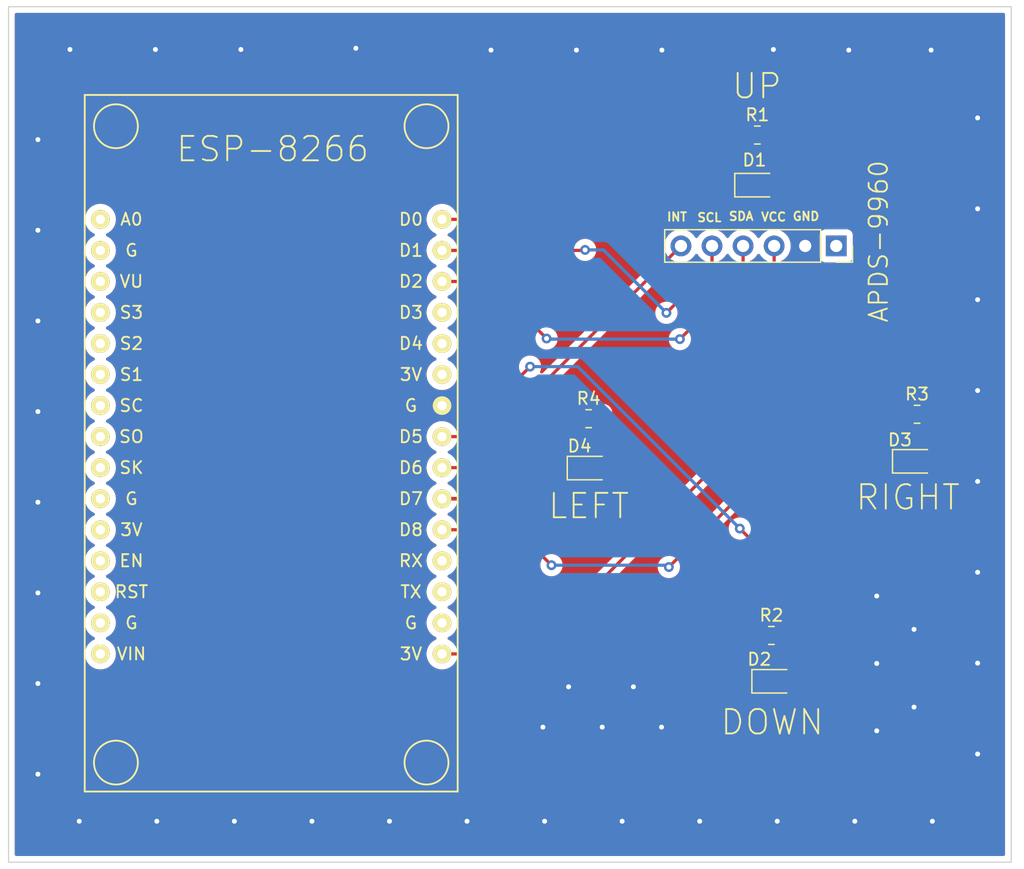
<source format=kicad_pcb>
(kicad_pcb (version 20211014) (generator pcbnew)
  (layers (0 "F.Cu" signal) (31 "B.Cu" power) (34 "B.Paste" user) (35 "F.Paste" user) (36 "B.SilkS" user "B.Silkscreen") (37 "F.SilkS" user "F.Silkscreen") (38 "B.Mask" user) (39 "F.Mask" user) (44 "Edge.Cuts" user))
  (net 0 "")
  (net 1 "/UP")
  (net 2 "/LEFT")
  (net 4 "/DOWN")
  (net 13 "/RIGHT")
  (net 17 "Net-(D1-Pad1)")
  (net 20 "/VCC")
  (net 21 "/SDA")
  (net 23 "/SCL")
  (net 24 "/INT")
  (net 28 "Net-(D2-Pad1)")
  (net 29 "Net-(D3-Pad1)")
  (net 30 "/GND")
  (net 31 "Net-(D4-Pad1)")
  (footprint "Connector_PinSocket_2.54mm:PinSocket_1x06_P2.54mm_Vertical" (layer "F.Cu") (at 137.69 54.575 -90)
    (fp_text reference "J1" hide)
    (fp_text value "Conn_01x06_Female" hide)
    (fp_line (start 1.33 1.27) (end 1.33 14.03) (layer "F.SilkS") (width 0.12))
    (fp_line (start -1.33 14.03) (end 1.33 14.03) (layer "F.SilkS") (width 0.12))
    (fp_line (start -1.33 1.27) (end -1.33 14.03) (layer "F.SilkS") (width 0.12))
    (fp_line (start 1.33 -1.33) (end 1.33 0) (layer "F.SilkS") (width 0.12))
    (fp_line (start -1.33 1.27) (end 1.33 1.27) (layer "F.SilkS") (width 0.12))
    (fp_line (start 0 -1.33) (end 1.33 -1.33) (layer "F.SilkS") (width 0.12))
    (pad "1" thru_hole rect (at 0 0 270) (size 1.7 1.7) (drill 1) (layers *.Cu *.Mask))
    (pad "2" thru_hole oval (at 0 2.54 270) (size 1.7 1.7) (drill 1) (layers *.Cu *.Mask) (net 30 "/GND"))
    (pad "3" thru_hole oval (at 0 5.08 270) (size 1.7 1.7) (drill 1) (layers *.Cu *.Mask) (net 20 "/VCC"))
    (pad "4" thru_hole oval (at 0 7.62 270) (size 1.7 1.7) (drill 1) (layers *.Cu *.Mask) (net 21 "/SDA"))
    (pad "5" thru_hole oval (at 0 10.16 270) (size 1.7 1.7) (drill 1) (layers *.Cu *.Mask) (net 23 "/SCL"))
    (pad "6" thru_hole oval (at 0 12.7 270) (size 1.7 1.7) (drill 1) (layers *.Cu *.Mask) (net 24 "/INT"))
  )
  (footprint "LED_SMD:LED_0805_2012Metric_Pad1.15x1.40mm_HandSolder" (layer "F.Cu") (at 132.65 90.2)
    (fp_text reference "D2" (at -1.25 -1.8) (layer "F.SilkS"))
    (fp_text value "LED" hide)
    (fp_line (start -1.86 0.96) (end 1 0.96) (layer "F.SilkS") (width 0.12))
    (fp_line (start -1.86 -0.96) (end -1.86 0.96) (layer "F.SilkS") (width 0.12))
    (fp_line (start 1 -0.96) (end -1.86 -0.96) (layer "F.SilkS") (width 0.12))
    (pad "1" smd roundrect (at -1.025 0) (size 1.15 1.4) (layers "F.Cu" "F.Paste" "F.Mask") (roundrect_rratio 0.2173913043) (net 28 "Net-(D2-Pad1)"))
    (pad "2" smd roundrect (at 1.025 0) (size 1.15 1.4) (layers "F.Cu" "F.Paste" "F.Mask") (roundrect_rratio 0.2173913043) (net 30 "/GND"))
  )
  (footprint "LED_SMD:LED_0805_2012Metric_Pad1.15x1.40mm_HandSolder" (layer "F.Cu") (at 131.25 49.6)
    (fp_text reference "D1" (at -0.25 -2.05) (layer "F.SilkS"))
    (fp_text value "LED" hide)
    (fp_line (start -1.86 0.96) (end 1 0.96) (layer "F.SilkS") (width 0.12))
    (fp_line (start 1 -0.96) (end -1.86 -0.96) (layer "F.SilkS") (width 0.12))
    (fp_line (start -1.86 -0.96) (end -1.86 0.96) (layer "F.SilkS") (width 0.12))
    (pad "1" smd roundrect (at -1.025 0) (size 1.15 1.4) (layers "F.Cu" "F.Paste" "F.Mask") (roundrect_rratio 0.2173913043) (net 17 "Net-(D1-Pad1)"))
    (pad "2" smd roundrect (at 1.025 0) (size 1.15 1.4) (layers "F.Cu" "F.Paste" "F.Mask") (roundrect_rratio 0.2173913043) (net 30 "/GND"))
  )
  (footprint "Resistor_SMD:R_0805_2012Metric" (layer "F.Cu") (at 144.3 68.35)
    (fp_text reference "R3" (at 0 -1.65) (layer "F.SilkS"))
    (fp_text value "1k/0805" hide)
    (fp_line (start -0.227064 -0.735) (end 0.227064 -0.735) (layer "F.SilkS") (width 0.12))
    (fp_line (start -0.227064 0.735) (end 0.227064 0.735) (layer "F.SilkS") (width 0.12))
    (pad "1" smd roundrect (at -0.9125 0) (size 1.025 1.4) (layers "F.Cu" "F.Paste" "F.Mask") (roundrect_rratio 0.243902439) (net 13 "/RIGHT"))
    (pad "2" smd roundrect (at 0.9125 0) (size 1.025 1.4) (layers "F.Cu" "F.Paste" "F.Mask") (roundrect_rratio 0.243902439) (net 29 "Net-(D3-Pad1)"))
  )
  (footprint "Resistor_SMD:R_0805_2012Metric" (layer "F.Cu") (at 117.43875 68.71125)
    (fp_text reference "R4" (at 0 -1.65) (layer "F.SilkS"))
    (fp_text value "1k/0805" hide)
    (fp_line (start -0.227064 0.735) (end 0.227064 0.735) (layer "F.SilkS") (width 0.12))
    (fp_line (start -0.227064 -0.735) (end 0.227064 -0.735) (layer "F.SilkS") (width 0.12))
    (pad "1" smd roundrect (at -0.9125 0) (size 1.025 1.4) (layers "F.Cu" "F.Paste" "F.Mask") (roundrect_rratio 0.243902439) (net 2 "/LEFT"))
    (pad "2" smd roundrect (at 0.9125 0) (size 1.025 1.4) (layers "F.Cu" "F.Paste" "F.Mask") (roundrect_rratio 0.243902439) (net 31 "Net-(D4-Pad1)"))
  )
  (footprint "Resistor_SMD:R_0805_2012Metric" (layer "F.Cu") (at 131.2375 45.5)
    (fp_text reference "R1" (at 0 -1.65) (layer "F.SilkS"))
    (fp_text value "1k/0805" hide)
    (fp_line (start -0.227064 0.735) (end 0.227064 0.735) (layer "F.SilkS") (width 0.12))
    (fp_line (start -0.227064 -0.735) (end 0.227064 -0.735) (layer "F.SilkS") (width 0.12))
    (pad "1" smd roundrect (at -0.9125 0) (size 1.025 1.4) (layers "F.Cu" "F.Paste" "F.Mask") (roundrect_rratio 0.243902439) (net 1 "/UP"))
    (pad "2" smd roundrect (at 0.9125 0) (size 1.025 1.4) (layers "F.Cu" "F.Paste" "F.Mask") (roundrect_rratio 0.243902439) (net 17 "Net-(D1-Pad1)"))
  )
  (footprint "Resistor_SMD:R_0805_2012Metric" (layer "F.Cu") (at 132.3875 86.45)
    (fp_text reference "R2" (at 0 -1.65) (layer "F.SilkS"))
    (fp_text value "1k/0805" hide)
    (fp_line (start -0.227064 -0.735) (end 0.227064 -0.735) (layer "F.SilkS") (width 0.12))
    (fp_line (start -0.227064 0.735) (end 0.227064 0.735) (layer "F.SilkS") (width 0.12))
    (pad "1" smd roundrect (at -0.9125 0) (size 1.025 1.4) (layers "F.Cu" "F.Paste" "F.Mask") (roundrect_rratio 0.243902439) (net 4 "/DOWN"))
    (pad "2" smd roundrect (at 0.9125 0) (size 1.025 1.4) (layers "F.Cu" "F.Paste" "F.Mask") (roundrect_rratio 0.243902439) (net 28 "Net-(D2-Pad1)"))
  )
  (footprint "LED_SMD:LED_0805_2012Metric_Pad1.15x1.40mm_HandSolder" (layer "F.Cu") (at 144.15 72.2)
    (fp_text reference "D3" (at -1.25 -1.75) (layer "F.SilkS"))
    (fp_text value "LED" hide)
    (fp_line (start -1.86 -0.96) (end -1.86 0.96) (layer "F.SilkS") (width 0.12))
    (fp_line (start 1 -0.96) (end -1.86 -0.96) (layer "F.SilkS") (width 0.12))
    (fp_line (start -1.86 0.96) (end 1 0.96) (layer "F.SilkS") (width 0.12))
    (pad "1" smd roundrect (at -1.025 0) (size 1.15 1.4) (layers "F.Cu" "F.Paste" "F.Mask") (roundrect_rratio 0.2173913043) (net 29 "Net-(D3-Pad1)"))
    (pad "2" smd roundrect (at 1.025 0) (size 1.15 1.4) (layers "F.Cu" "F.Paste" "F.Mask") (roundrect_rratio 0.2173913043) (net 30 "/GND"))
  )
  (footprint "LED_SMD:LED_0805_2012Metric_Pad1.15x1.40mm_HandSolder" (layer "F.Cu") (at 117.55 72.75)
    (fp_text reference "D4" (at -0.85 -1.8) (layer "F.SilkS"))
    (fp_text value "LED" hide)
    (fp_line (start -1.86 0.96) (end 1 0.96) (layer "F.SilkS") (width 0.12))
    (fp_line (start 1 -0.96) (end -1.86 -0.96) (layer "F.SilkS") (width 0.12))
    (fp_line (start -1.86 -0.96) (end -1.86 0.96) (layer "F.SilkS") (width 0.12))
    (pad "1" smd roundrect (at -1.025 0) (size 1.15 1.4) (layers "F.Cu" "F.Paste" "F.Mask") (roundrect_rratio 0.2173913043) (net 31 "Net-(D4-Pad1)"))
    (pad "2" smd roundrect (at 1.025 0) (size 1.15 1.4) (layers "F.Cu" "F.Paste" "F.Mask") (roundrect_rratio 0.2173913043) (net 30 "/GND"))
  )
  (footprint "ESP8266:NodeMCU-LoLinV3" (layer "F.Cu") (at 91.48 72.72)
    (fp_text reference "U1" hide)
    (fp_text value "NodeMCU1.0(ESP-12E)" hide)
    (fp_text user "RX" (at 11.43 7.62) (layer "F.SilkS"))
    (fp_text user "D6" (at 11.43 0) (layer "F.SilkS"))
    (fp_text user "D8" (at 11.43 5.08) (layer "F.SilkS"))
    (fp_text user "D4" (at 11.43 -10.16) (layer "F.SilkS"))
    (fp_text user "RST" (at -11.43 10.16) (layer "F.SilkS"))
    (fp_text user "3V" (at 11.43 15.24) (layer "F.SilkS"))
    (fp_text user "D7" (at 11.43 2.54) (layer "F.SilkS"))
    (fp_text user "TX" (at 11.43 10.16) (layer "F.SilkS"))
    (fp_text user "D0" (at 11.43 -20.32) (layer "F.SilkS"))
    (fp_text user "G" (at 11.43 12.7) (layer "F.SilkS"))
    (fp_text user "G" (at -11.43 2.54) (layer "F.SilkS"))
    (fp_text user "G" (at 11.43 -5.08) (layer "F.SilkS"))
    (fp_text user "S1" (at -11.43 -7.62) (layer "F.SilkS"))
    (fp_text user "EN" (at -11.43 7.62) (layer "F.SilkS"))
    (fp_text user "G" (at -11.43 -17.78) (layer "F.SilkS"))
    (fp_text user "S3" (at -11.43 -12.7) (layer "F.SilkS"))
    (fp_text user "VU" (at -11.43 -15.24) (layer "F.SilkS"))
    (fp_text user "SO" (at -11.43 -2.54) (layer "F.SilkS"))
    (fp_text user "SC" (at -11.43 -5.08) (layer "F.SilkS"))
    (fp_text user "SK" (at -11.43 0) (layer "F.SilkS"))
    (fp_text user "D1" (at 11.43 -17.78) (layer "F.SilkS"))
    (fp_text user "G" (at -11.43 12.7) (layer "F.SilkS"))
    (fp_text user "S2" (at -11.43 -10.16) (layer "F.SilkS"))
    (fp_text user "D5" (at 11.43 -2.54) (layer "F.SilkS"))
    (fp_text user "D2" (at 11.43 -15.24) (layer "F.SilkS"))
    (fp_text user "3V" (at -11.43 5.08) (layer "F.SilkS"))
    (fp_text user "A0" (at -11.43 -20.32) (layer "F.SilkS"))
    (fp_text user "VIN" (at -11.43 15.24) (layer "F.SilkS"))
    (fp_text user "3V" (at 11.43 -7.62) (layer "F.SilkS"))
    (fp_text user "D3" (at 11.43 -12.7) (layer "F.SilkS"))
    (fp_line (start -14.75 -30.5) (end -15.25 -30.5) (layer "F.SilkS") (width 0.15))
    (fp_line (start 15.25 26.5) (end 15.25 -30.5) (layer "F.SilkS") (width 0.15))
    (fp_line (start -15.25 -30.5) (end -15.25 26.5) (layer "F.SilkS") (width 0.15))
    (fp_line (start 15.25 -30.5) (end -14.75 -30.5) (layer "F.SilkS") (width 0.15))
    (fp_line (start -15.25 26.5) (end 15.25 26.5) (layer "F.SilkS") (width 0.15))
    (fp_circle (center 12.7 24.13) (end 13.97 22.86) (layer "F.SilkS") (width 0.15) (fill none))
    (fp_circle (center 12.7 -27.94) (end 13.97 -29.21) (layer "F.SilkS") (width 0.15) (fill none))
    (fp_circle (center -12.7 24.13) (end -11.43 22.86) (layer "F.SilkS") (width 0.15) (fill none))
    (fp_circle (center -12.7 -27.94) (end -11.43 -29.21) (layer "F.SilkS") (width 0.15) (fill none))
    (pad "1" thru_hole circle locked (at -13.97 -20.32) (size 1.524 1.524) (drill 0.762) (layers *.Cu *.Mask "F.SilkS"))
    (pad "2" thru_hole circle locked (at -13.97 -17.78) (size 1.524 1.524) (drill 0.762) (layers *.Cu *.Mask "F.SilkS"))
    (pad "3" thru_hole circle locked (at -13.97 -15.24) (size 1.524 1.524) (drill 0.762) (layers *.Cu *.Mask "F.SilkS"))
    (pad "4" thru_hole circle locked (at -13.97 -12.7) (size 1.524 1.524) (drill 0.762) (layers *.Cu *.Mask "F.SilkS"))
    (pad "5" thru_hole circle locked (at -13.97 -10.16) (size 1.524 1.524) (drill 0.762) (layers *.Cu *.Mask "F.SilkS"))
    (pad "6" thru_hole circle locked (at -13.97 -7.62) (size 1.524 1.524) (drill 0.762) (layers *.Cu *.Mask "F.SilkS"))
    (pad "7" thru_hole circle locked (at -13.97 -5.08) (size 1.524 1.524) (drill 0.762) (layers *.Cu *.Mask "F.SilkS"))
    (pad "8" thru_hole circle locked (at -13.97 -2.54) (size 1.524 1.524) (drill 0.762) (layers *.Cu *.Mask "F.SilkS"))
    (pad "9" thru_hole circle locked (at -13.97 0) (size 1.524 1.524) (drill 0.762) (layers *.Cu *.Mask "F.SilkS"))
    (pad "10" thru_hole circle locked (at -13.97 2.54) (size 1.524 1.524) (drill 0.762) (layers *.Cu *.Mask "F.SilkS"))
    (pad "11" thru_hole circle locked (at -13.97 5.08) (size 1.524 1.524) (drill 0.762) (layers *.Cu *.Mask "F.SilkS"))
    (pad "12" thru_hole circle locked (at -13.97 7.62) (size 1.524 1.524) (drill 0.762) (layers *.Cu *.Mask "F.SilkS"))
    (pad "13" thru_hole circle locked (at -13.97 10.16) (size 1.524 1.524) (drill 0.762) (layers *.Cu *.Mask "F.SilkS"))
    (pad "14" thru_hole circle locked (at -13.97 12.7) (size 1.524 1.524) (drill 0.762) (layers *.Cu *.Mask "F.SilkS"))
    (pad "15" thru_hole circle locked (at -13.97 15.24) (size 1.524 1.524) (drill 0.762) (layers *.Cu *.Mask "F.SilkS"))
    (pad "16" thru_hole circle locked (at 13.97 15.24) (size 1.524 1.524) (drill 0.762) (layers *.Cu *.Mask "F.SilkS") (net 20 "/VCC"))
    (pad "17" thru_hole circle locked (at 13.97 12.7) (size 1.524 1.524) (drill 0.762) (layers *.Cu *.Mask "F.SilkS"))
    (pad "18" thru_hole circle locked (at 13.97 10.16) (size 1.524 1.524) (drill 0.762) (layers *.Cu *.Mask "F.SilkS"))
    (pad "19" thru_hole circle locked (at 13.97 7.62) (size 1.524 1.524) (drill 0.762) (layers *.Cu *.Mask "F.SilkS"))
    (pad "20" thru_hole circle locked (at 13.97 5.08) (size 1.524 1.524) (drill 0.762) (layers *.Cu *.Mask "F.SilkS") (net 13 "/RIGHT"))
    (pad "21" thru_hole circle locked (at 13.97 2.54) (size 1.524 1.524) (drill 0.762) (layers *.Cu *.Mask "F.SilkS") (net 2 "/LEFT"))
    (pad "22" thru_hole circle locked (at 13.97 0) (size 1.524 1.524) (drill 0.762) (layers *.Cu *.Mask "F.SilkS") (net 24 "/INT"))
    (pad "23" thru_hole circle locked (at 13.97 -2.54) (size 1.524 1.524) (drill 0.762) (layers *.Cu *.Mask "F.SilkS") (net 4 "/DOWN"))
    (pad "24" thru_hole circle locked (at 13.97 -5.08) (size 1.524 1.524) (drill 0.762) (layers *.Cu *.Mask "F.SilkS") (net 30 "/GND"))
    (pad "25" thru_hole circle locked (at 13.97 -7.62) (size 1.524 1.524) (drill 0.762) (layers *.Cu *.Mask "F.SilkS"))
    (pad "26" thru_hole circle locked (at 13.97 -10.16) (size 1.524 1.524) (drill 0.762) (layers *.Cu *.Mask "F.SilkS"))
    (pad "27" thru_hole circle locked (at 13.97 -12.7) (size 1.524 1.524) (drill 0.762) (layers *.Cu *.Mask "F.SilkS"))
    (pad "28" thru_hole circle locked (at 13.97 -15.24) (size 1.524 1.524) (drill 0.762) (layers *.Cu *.Mask "F.SilkS") (net 21 "/SDA"))
    (pad "29" thru_hole circle locked (at 13.97 -17.78) (size 1.524 1.524) (drill 0.762) (layers *.Cu *.Mask "F.SilkS") (net 23 "/SCL"))
    (pad "30" thru_hole circle locked (at 13.97 -20.32) (size 1.524 1.524) (drill 0.762) (layers *.Cu *.Mask "F.SilkS") (net 1 "/UP"))
  )
  (gr_rect (start 70 35) (end 152 105) (layer "Edge.Cuts") (width 0.1) (fill none))
  (gr_text "APDS-9960" (at 141.15 54.2 90) (layer "F.SilkS") (effects (font (size 1.5 1.5))))
  (gr_text "SCL" (at 127.315 52.25) (layer "F.SilkS") (effects (font (size 0.7 0.7))))
  (gr_text "RIGHT" (at 143.55 75.15) (layer "F.SilkS") (effects (font (size 2 2))))
  (gr_text "ESP-8266" (at 91.6 46.65) (layer "F.SilkS") (effects (font (size 2 2))))
  (gr_text "SDA" (at 129.915 52.15) (layer "F.SilkS") (effects (font (size 0.7 0.7))))
  (gr_text "VCC" (at 132.565 52.2) (layer "F.SilkS") (effects (font (size 0.7 0.7))))
  (gr_text "GND" (at 135.215 52.15) (layer "F.SilkS") (effects (font (size 0.7 0.7))))
  (gr_text "UP" (at 131.2 41.5) (layer "F.SilkS") (effects (font (size 2 2))))
  (gr_text "LEFT" (at 117.45125 75.86125) (layer "F.SilkS") (effects (font (size 2 2))))
  (gr_text "INT" (at 124.665 52.2) (layer "F.SilkS") (effects (font (size 0.7 0.7))))
  (gr_text "DOWN" (at 132.45 93.55) (layer "F.SilkS") (effects (font (size 2 2))))
  (segment (start 116.55 45.5) (end 109.65 52.4) (width 0.263) (layer "F.Cu") (net 1))
  (segment (start 130.325 45.5) (end 116.55 45.5) (width 0.263) (layer "F.Cu") (net 1))
  (segment (start 109.65 52.4) (end 105.45 52.4) (width 0.263) (layer "F.Cu") (net 1))
  (segment (start 109.9775 75.26) (end 105.45 75.26) (width 0.3) (layer "F.Cu") (net 2))
  (segment (start 116.52625 68.71125) (end 109.9775 75.26) (width 0.3) (layer "F.Cu") (net 2))
  (segment (start 116.52625 68.71125) (end 116.52625 69.09875) (width 0.3) (layer "F.Cu") (net 2))
  (segment (start 131.475 79.375) (end 131.475 86.45) (width 0.263) (layer "F.Cu") (net 4))
  (segment (start 129.8 77.7) (end 131.475 79.375) (width 0.263) (layer "F.Cu") (net 4))
  (segment (start 105.45 70.18) (end 106.92 70.18) (width 0.263) (layer "F.Cu") (net 4))
  (segment (start 106.92 70.18) (end 112.65 64.45) (width 0.263) (layer "F.Cu") (net 4))
  (via (at 129.8 77.7) (size 0.8) (drill 0.4) (layers "F.Cu" "B.Cu") (net 4))
  (via (at 112.65 64.45) (size 0.8) (drill 0.4) (layers "F.Cu" "B.Cu") (net 4))
  (segment (start 116.55 64.45) (end 129.8 77.7) (width 0.263) (layer "B.Cu") (net 4))
  (segment (start 112.65 64.45) (end 116.55 64.45) (width 0.263) (layer "B.Cu") (net 4))
  (segment (start 136.5 68.35) (end 143.3875 68.35) (width 0.263) (layer "F.Cu") (net 13))
  (segment (start 124 80.85) (end 136.5 68.35) (width 0.263) (layer "F.Cu") (net 13))
  (segment (start 105.45 77.8) (end 111.5 77.8) (width 0.263) (layer "F.Cu") (net 13))
  (segment (start 111.5 77.8) (end 114.4 80.7) (width 0.263) (layer "F.Cu") (net 13))
  (via (at 124 80.85) (size 0.8) (drill 0.4) (layers "F.Cu" "B.Cu") (net 13))
  (via (at 114.4 80.7) (size 0.8) (drill 0.4) (layers "F.Cu" "B.Cu") (net 13))
  (segment (start 114.4 80.7) (end 123.85 80.7) (width 0.263) (layer "B.Cu") (net 13))
  (segment (start 123.85 80.7) (end 124 80.85) (width 0.263) (layer "B.Cu") (net 13))
  (segment (start 132.15 47.675) (end 132.15 45.5) (width 0.263) (layer "F.Cu") (net 17))
  (segment (start 130.225 49.6) (end 132.15 47.675) (width 0.263) (layer "F.Cu") (net 17))
  (segment (start 105.45 87.96) (end 112.44 87.96) (width 0.263) (layer "F.Cu") (net 20))
  (segment (start 112.44 87.96) (end 132.61 67.79) (width 0.263) (layer "F.Cu") (net 20))
  (segment (start 132.61 67.79) (end 132.61 54.575) (width 0.263) (layer "F.Cu") (net 20))
  (segment (start 114 62.15) (end 109.33 57.48) (width 0.263) (layer "F.Cu") (net 21))
  (segment (start 130.07 54.575) (end 130.07 57.03) (width 0.263) (layer "F.Cu") (net 21))
  (segment (start 130.07 57.03) (end 124.9 62.2) (width 0.263) (layer "F.Cu") (net 21))
  (segment (start 109.33 57.48) (end 105.45 57.48) (width 0.263) (layer "F.Cu") (net 21))
  (via (at 124.9 62.2) (size 0.8) (drill 0.4) (layers "F.Cu" "B.Cu") (net 21))
  (via (at 114 62.15) (size 0.8) (drill 0.4) (layers "F.Cu" "B.Cu") (net 21))
  (segment (start 124.9 62.2) (end 114.05 62.2) (width 0.263) (layer "B.Cu") (net 21))
  (segment (start 114.05 62.2) (end 114 62.15) (width 0.263) (layer "B.Cu") (net 21))
  (segment (start 117.11 54.94) (end 105.45 54.94) (width 0.263) (layer "F.Cu") (net 23))
  (segment (start 117.15 54.9) (end 117.11 54.94) (width 0.263) (layer "F.Cu") (net 23))
  (segment (start 127.53 56.32) (end 123.8 60.05) (width 0.263) (layer "F.Cu") (net 23))
  (segment (start 127.53 54.575) (end 127.53 56.32) (width 0.263) (layer "F.Cu") (net 23))
  (via (at 123.8 60.05) (size 0.8) (drill 0.4) (layers "F.Cu" "B.Cu") (net 23))
  (via (at 117.15 54.9) (size 0.8) (drill 0.4) (layers "F.Cu" "B.Cu") (net 23))
  (segment (start 118.65 54.9) (end 117.15 54.9) (width 0.263) (layer "B.Cu") (net 23))
  (segment (start 123.8 60.05) (end 118.65 54.9) (width 0.263) (layer "B.Cu") (net 23))
  (segment (start 106.845 72.72) (end 105.45 72.72) (width 0.263) (layer "F.Cu") (net 24))
  (segment (start 124.99 54.575) (end 106.845 72.72) (width 0.263) (layer "F.Cu") (net 24))
  (segment (start 133.3 86.45) (end 133.3 88.525) (width 0.263) (layer "F.Cu") (net 28))
  (segment (start 133.3 88.525) (end 131.625 90.2) (width 0.263) (layer "F.Cu") (net 28))
  (segment (start 145.2125 68.35) (end 145.2125 70.1125) (width 0.3) (layer "F.Cu") (net 29))
  (segment (start 145.2125 70.1125) (end 143.125 72.2) (width 0.3) (layer "F.Cu") (net 29))
  (via blind (at 72.4 68.128571) (size 0.8) (drill 0.4) (layers "F.Cu" "B.Cu") (net 30))
  (via blind (at 138.711372 38.55) (size 0.8) (drill 0.4) (layers "F.Cu" "B.Cu") (net 30))
  (via blind (at 113.7 93.95) (size 0.8) (drill 0.4) (layers "F.Cu" "B.Cu") (net 30))
  (via blind (at 72.4 90.382142) (size 0.8) (drill 0.4) (layers "F.Cu" "B.Cu") (net 30))
  (via blind (at 145.45 38.55) (size 0.8) (drill 0.4) (layers "F.Cu" "B.Cu") (net 30))
  (via blind (at 113.836928 101.65) (size 0.8) (drill 0.4) (layers "F.Cu" "B.Cu") (net 30))
  (via blind (at 115.8 90.65) (size 0.8) (drill 0.4) (layers "F.Cu" "B.Cu") (net 30))
  (via blind (at 75.78125 101.65) (size 0.8) (drill 0.4) (layers "F.Cu" "B.Cu") (net 30))
  (via blind (at 82.123863 101.65) (size 0.8) (drill 0.4) (layers "F.Cu" "B.Cu") (net 30))
  (via blind (at 149.25 44.1) (size 0.8) (drill 0.4) (layers "F.Cu" "B.Cu") (net 30))
  (via blind (at 144.05 92.314082) (size 0.8) (drill 0.4) (layers "F.Cu" "B.Cu") (net 30))
  (via blind (at 72.4 75.546428) (size 0.8) (drill 0.4) (layers "F.Cu" "B.Cu") (net 30))
  (via blind (at 149.25 73.842856) (size 0.8) (drill 0.4) (layers "F.Cu" "B.Cu") (net 30))
  (via blind (at 75.022752 38.5) (size 0.8) (drill 0.4) (layers "F.Cu" "B.Cu") (net 30))
  (via blind (at 149.25 51.535714) (size 0.8) (drill 0.4) (layers "F.Cu" "B.Cu") (net 30))
  (via blind (at 149.25 66.407142) (size 0.8) (drill 0.4) (layers "F.Cu" "B.Cu") (net 30))
  (via blind (at 132.864767 101.65) (size 0.8) (drill 0.4) (layers "F.Cu" "B.Cu") (net 30))
  (via blind (at 149.25 96.15) (size 0.8) (drill 0.4) (layers "F.Cu" "B.Cu") (net 30))
  (via blind (at 141 88.73704) (size 0.8) (drill 0.4) (layers "F.Cu" "B.Cu") (net 30))
  (via blind (at 116.44312 38.55) (size 0.8) (drill 0.4) (layers "F.Cu" "B.Cu") (net 30))
  (via blind (at 88.466476 101.65) (size 0.8) (drill 0.4) (layers "F.Cu" "B.Cu") (net 30))
  (via blind (at 126.522154 101.65) (size 0.8) (drill 0.4) (layers "F.Cu" "B.Cu") (net 30))
  (via blind (at 123.4 93.95) (size 0.8) (drill 0.4) (layers "F.Cu" "B.Cu") (net 30))
  (via blind (at 89 38.5) (size 0.8) (drill 0.4) (layers "F.Cu" "B.Cu") (net 30))
  (via blind (at 107.494315 101.65) (size 0.8) (drill 0.4) (layers "F.Cu" "B.Cu") (net 30))
  (via blind (at 123.431744 38.55) (size 0.8) (drill 0.4) (layers "F.Cu" "B.Cu") (net 30))
  (via blind (at 72.4 45.875) (size 0.8) (drill 0.4) (layers "F.Cu" "B.Cu") (net 30))
  (via blind (at 72.4 60.710714) (size 0.8) (drill 0.4) (layers "F.Cu" "B.Cu") (net 30))
  (via blind (at 121.1 90.65) (size 0.8) (drill 0.4) (layers "F.Cu" "B.Cu") (net 30))
  (via blind (at 139.20738 101.65) (size 0.8) (drill 0.4) (layers "F.Cu" "B.Cu") (net 30))
  (via blind (at 109.454496 38.55) (size 0.8) (drill 0.4) (layers "F.Cu" "B.Cu") (net 30))
  (via blind (at 82.011376 38.5) (size 0.8) (drill 0.4) (layers "F.Cu" "B.Cu") (net 30))
  (via blind (at 141 83.224081) (size 0.8) (drill 0.4) (layers "F.Cu" "B.Cu") (net 30))
  (via blind (at 118.55 93.95) (size 0.8) (drill 0.4) (layers "F.Cu" "B.Cu") (net 30))
  (via blind (at 94.809089 101.65) (size 0.8) (drill 0.4) (layers "F.Cu" "B.Cu") (net 30))
  (via blind (at 145.55 101.65) (size 0.8) (drill 0.4) (layers "F.Cu" "B.Cu") (net 30))
  (via blind (at 72.4 82.964285) (size 0.8) (drill 0.4) (layers "F.Cu" "B.Cu") (net 30))
  (via blind (at 120.179541 101.65) (size 0.8) (drill 0.4) (layers "F.Cu" "B.Cu") (net 30))
  (via blind (at 149.25 81.27857) (size 0.8) (drill 0.4) (layers "F.Cu" "B.Cu") (net 30))
  (via blind (at 141 94.25) (size 0.8) (drill 0.4) (layers "F.Cu" "B.Cu") (net 30))
  (via blind (at 72.4 53.292857) (size 0.8) (drill 0.4) (layers "F.Cu" "B.Cu") (net 30))
  (via blind (at 98.4 38.4) (size 0.8) (drill 0.4) (layers "F.Cu" "B.Cu") (net 30))
  (via blind (at 101.151702 101.65) (size 0.8) (drill 0.4) (layers "F.Cu" "B.Cu") (net 30))
  (via blind (at 144.05 85.95) (size 0.8) (drill 0.4) (layers "F.Cu" "B.Cu") (net 30))
  (via blind (at 132.55 38.5) (size 0.8) (drill 0.4) (layers "F.Cu" "B.Cu") (net 30))
  (via blind (at 149.25 88.714284) (size 0.8) (drill 0.4) (layers "F.Cu" "B.Cu") (net 30))
  (via blind (at 72.4 97.8) (size 0.8) (drill 0.4) (layers "F.Cu" "B.Cu") (net 30))
  (via blind (at 149.25 58.971428) (size 0.8) (drill 0.4) (layers "F.Cu" "B.Cu") (net 30))
  (segment (start 118.35125 68.71125) (end 118.35125 70.92375) (width 0.263) (layer "F.Cu") (net 31))
  (segment (start 118.35125 70.92375) (end 116.525 72.75) (width 0.263) (layer "F.Cu") (net 31))
  (zone (net 30) (net_name "/GND") (layer "F.Cu") (connect_pads yes (clearance 0.508)) (min_thickness 0.254) (fill yes (thermal_gap 0.3) (thermal_bridge_width 0.3))
    (polygon (pts (xy 152.75 105.45) (xy 69.5 105.45) (xy 69.5 34.5) (xy 152.75 34.5)))
  )
  (zone (net 30) (net_name "/GND") (layer "B.Cu") (connect_pads yes (clearance 0.508)) (min_thickness 0.254) (fill yes (thermal_gap 0.3) (thermal_bridge_width 0.3))
    (polygon (pts (xy 153.05 105.55) (xy 69.3 105.55) (xy 69.3 34.45) (xy 153.05 34.45)))
  )
)
</source>
